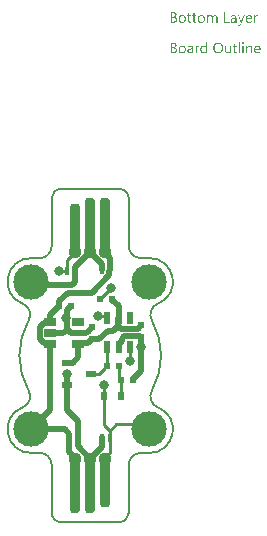
<source format=gbl>
G04*
G04 #@! TF.GenerationSoftware,Altium Limited,Altium Designer,21.8.1 (53)*
G04*
G04 Layer_Physical_Order=2*
G04 Layer_Color=16711680*
%FSAX25Y25*%
%MOIN*%
G70*
G04*
G04 #@! TF.SameCoordinates,94FE2971-EC38-410B-9373-26AABD127CE3*
G04*
G04*
G04 #@! TF.FilePolarity,Positive*
G04*
G01*
G75*
%ADD10C,0.00787*%
%ADD25C,0.01968*%
%ADD26C,0.00984*%
%ADD27C,0.11811*%
%ADD28C,0.03150*%
%ADD29C,0.02362*%
%ADD30R,0.01575X0.02756*%
G04:AMPARAMS|DCode=31|XSize=35.43mil|YSize=169.29mil|CornerRadius=13.82mil|HoleSize=0mil|Usage=FLASHONLY|Rotation=0.000|XOffset=0mil|YOffset=0mil|HoleType=Round|Shape=RoundedRectangle|*
%AMROUNDEDRECTD31*
21,1,0.03543,0.14165,0,0,0.0*
21,1,0.00780,0.16929,0,0,0.0*
1,1,0.02764,0.00390,-0.07083*
1,1,0.02764,-0.00390,-0.07083*
1,1,0.02764,-0.00390,0.07083*
1,1,0.02764,0.00390,0.07083*
%
%ADD31ROUNDEDRECTD31*%
G04:AMPARAMS|DCode=32|XSize=35.43mil|YSize=188.98mil|CornerRadius=13.82mil|HoleSize=0mil|Usage=FLASHONLY|Rotation=0.000|XOffset=0mil|YOffset=0mil|HoleType=Round|Shape=RoundedRectangle|*
%AMROUNDEDRECTD32*
21,1,0.03543,0.16134,0,0,0.0*
21,1,0.00780,0.18898,0,0,0.0*
1,1,0.02764,0.00390,-0.08067*
1,1,0.02764,-0.00390,-0.08067*
1,1,0.02764,-0.00390,0.08067*
1,1,0.02764,0.00390,0.08067*
%
%ADD32ROUNDEDRECTD32*%
%ADD33R,0.02362X0.03937*%
%ADD34R,0.03543X0.02362*%
%ADD35R,0.03937X0.02756*%
%ADD36R,0.01968X0.02165*%
%ADD37R,0.02362X0.03150*%
%ADD38R,0.01968X0.02165*%
%ADD39R,0.02165X0.01968*%
%ADD40C,0.00591*%
%ADD41C,0.04370*%
G36*
X0041708Y0145969D02*
X0041764Y0145957D01*
X0041826Y0145945D01*
X0041894Y0145920D01*
X0041974Y0145889D01*
X0042049Y0145846D01*
X0042129Y0145796D01*
X0042203Y0145728D01*
X0042271Y0145641D01*
X0042333Y0145542D01*
X0042389Y0145431D01*
X0042426Y0145289D01*
X0042457Y0145134D01*
X0042463Y0144954D01*
Y0143407D01*
X0042061D01*
Y0144849D01*
Y0144855D01*
Y0144868D01*
Y0144886D01*
Y0144917D01*
X0042055Y0144991D01*
X0042042Y0145078D01*
X0042030Y0145177D01*
X0042005Y0145276D01*
X0041974Y0145369D01*
X0041931Y0145449D01*
X0041925Y0145456D01*
X0041906Y0145480D01*
X0041875Y0145511D01*
X0041826Y0145542D01*
X0041770Y0145579D01*
X0041696Y0145604D01*
X0041603Y0145629D01*
X0041498Y0145635D01*
X0041485D01*
X0041454Y0145629D01*
X0041405Y0145623D01*
X0041343Y0145604D01*
X0041275Y0145579D01*
X0041201Y0145536D01*
X0041126Y0145480D01*
X0041058Y0145400D01*
X0041052Y0145387D01*
X0041033Y0145357D01*
X0041003Y0145307D01*
X0040971Y0145239D01*
X0040934Y0145159D01*
X0040910Y0145066D01*
X0040885Y0144954D01*
X0040879Y0144837D01*
Y0143407D01*
X0040476D01*
Y0144898D01*
Y0144905D01*
Y0144929D01*
X0040470Y0144967D01*
Y0145016D01*
X0040458Y0145072D01*
X0040445Y0145134D01*
X0040427Y0145196D01*
X0040408Y0145270D01*
X0040377Y0145338D01*
X0040340Y0145400D01*
X0040291Y0145462D01*
X0040235Y0145518D01*
X0040173Y0145567D01*
X0040093Y0145604D01*
X0040006Y0145629D01*
X0039907Y0145635D01*
X0039895D01*
X0039863Y0145629D01*
X0039814Y0145623D01*
X0039752Y0145610D01*
X0039684Y0145579D01*
X0039610Y0145542D01*
X0039535Y0145487D01*
X0039467Y0145412D01*
X0039461Y0145400D01*
X0039443Y0145375D01*
X0039412Y0145326D01*
X0039381Y0145257D01*
X0039350Y0145177D01*
X0039319Y0145078D01*
X0039300Y0144967D01*
X0039294Y0144837D01*
Y0143407D01*
X0038892D01*
Y0145920D01*
X0039294D01*
Y0145518D01*
X0039306D01*
X0039313Y0145524D01*
X0039319Y0145536D01*
X0039337Y0145561D01*
X0039356Y0145592D01*
X0039418Y0145660D01*
X0039505Y0145747D01*
X0039616Y0145833D01*
X0039746Y0145901D01*
X0039826Y0145932D01*
X0039907Y0145957D01*
X0039994Y0145969D01*
X0040086Y0145976D01*
X0040130D01*
X0040179Y0145969D01*
X0040241Y0145957D01*
X0040309Y0145938D01*
X0040383Y0145914D01*
X0040458Y0145883D01*
X0040532Y0145833D01*
X0040538Y0145827D01*
X0040563Y0145808D01*
X0040594Y0145777D01*
X0040637Y0145734D01*
X0040681Y0145678D01*
X0040724Y0145616D01*
X0040767Y0145542D01*
X0040798Y0145456D01*
X0040804Y0145462D01*
X0040811Y0145480D01*
X0040829Y0145505D01*
X0040848Y0145536D01*
X0040879Y0145579D01*
X0040916Y0145623D01*
X0040959Y0145666D01*
X0041009Y0145716D01*
X0041064Y0145765D01*
X0041126Y0145808D01*
X0041194Y0145858D01*
X0041269Y0145895D01*
X0041349Y0145926D01*
X0041436Y0145951D01*
X0041535Y0145969D01*
X0041634Y0145976D01*
X0041671D01*
X0041708Y0145969D01*
D02*
G37*
G36*
X0055741Y0145957D02*
X0055815Y0145951D01*
X0055858Y0145938D01*
X0055889Y0145926D01*
Y0145511D01*
X0055883Y0145518D01*
X0055871Y0145524D01*
X0055846Y0145536D01*
X0055815Y0145555D01*
X0055772Y0145567D01*
X0055716Y0145579D01*
X0055654Y0145586D01*
X0055586Y0145592D01*
X0055574D01*
X0055543Y0145586D01*
X0055493Y0145579D01*
X0055437Y0145561D01*
X0055363Y0145530D01*
X0055295Y0145487D01*
X0055221Y0145425D01*
X0055153Y0145344D01*
X0055147Y0145332D01*
X0055128Y0145301D01*
X0055097Y0145245D01*
X0055066Y0145171D01*
X0055035Y0145078D01*
X0055004Y0144960D01*
X0054986Y0144830D01*
X0054979Y0144682D01*
Y0143407D01*
X0054577D01*
Y0145920D01*
X0054979D01*
Y0145400D01*
X0054992D01*
Y0145406D01*
X0054998Y0145412D01*
X0055010Y0145443D01*
X0055029Y0145493D01*
X0055060Y0145555D01*
X0055091Y0145616D01*
X0055140Y0145685D01*
X0055190Y0145753D01*
X0055252Y0145815D01*
X0055258Y0145821D01*
X0055283Y0145839D01*
X0055320Y0145864D01*
X0055369Y0145889D01*
X0055425Y0145914D01*
X0055493Y0145938D01*
X0055568Y0145957D01*
X0055648Y0145963D01*
X0055704D01*
X0055741Y0145957D01*
D02*
G37*
G36*
X0050362Y0143004D02*
X0050355Y0142998D01*
X0050349Y0142973D01*
X0050331Y0142930D01*
X0050306Y0142881D01*
X0050275Y0142825D01*
X0050232Y0142757D01*
X0050188Y0142689D01*
X0050139Y0142614D01*
X0050077Y0142540D01*
X0050015Y0142472D01*
X0049941Y0142404D01*
X0049860Y0142348D01*
X0049780Y0142299D01*
X0049687Y0142255D01*
X0049594Y0142231D01*
X0049489Y0142224D01*
X0049433D01*
X0049396Y0142231D01*
X0049316Y0142243D01*
X0049229Y0142262D01*
Y0142621D01*
X0049235D01*
X0049254Y0142614D01*
X0049279Y0142608D01*
X0049309Y0142602D01*
X0049384Y0142583D01*
X0049464Y0142577D01*
X0049477D01*
X0049514Y0142583D01*
X0049569Y0142596D01*
X0049637Y0142621D01*
X0049712Y0142664D01*
X0049749Y0142695D01*
X0049786Y0142732D01*
X0049823Y0142769D01*
X0049860Y0142819D01*
X0049891Y0142874D01*
X0049922Y0142936D01*
X0050126Y0143407D01*
X0049142Y0145920D01*
X0049588D01*
X0050269Y0143982D01*
Y0143976D01*
X0050275Y0143964D01*
X0050281Y0143945D01*
X0050287Y0143921D01*
X0050294Y0143883D01*
X0050306Y0143846D01*
X0050318Y0143790D01*
X0050337D01*
Y0143803D01*
X0050349Y0143840D01*
X0050362Y0143896D01*
X0050387Y0143976D01*
X0051098Y0145920D01*
X0051513D01*
X0050362Y0143004D01*
D02*
G37*
G36*
X0047954Y0145969D02*
X0048009Y0145963D01*
X0048078Y0145945D01*
X0048152Y0145926D01*
X0048232Y0145895D01*
X0048319Y0145858D01*
X0048399Y0145808D01*
X0048480Y0145747D01*
X0048554Y0145672D01*
X0048622Y0145579D01*
X0048678Y0145474D01*
X0048721Y0145350D01*
X0048746Y0145208D01*
X0048759Y0145041D01*
Y0143407D01*
X0048356D01*
Y0143797D01*
X0048344D01*
Y0143790D01*
X0048331Y0143778D01*
X0048319Y0143753D01*
X0048294Y0143729D01*
X0048232Y0143654D01*
X0048152Y0143574D01*
X0048041Y0143493D01*
X0047910Y0143419D01*
X0047830Y0143394D01*
X0047750Y0143370D01*
X0047663Y0143357D01*
X0047570Y0143351D01*
X0047533D01*
X0047508Y0143357D01*
X0047440Y0143363D01*
X0047360Y0143376D01*
X0047261Y0143401D01*
X0047168Y0143431D01*
X0047069Y0143481D01*
X0046982Y0143543D01*
X0046976Y0143555D01*
X0046951Y0143580D01*
X0046914Y0143623D01*
X0046877Y0143685D01*
X0046840Y0143760D01*
X0046802Y0143846D01*
X0046778Y0143951D01*
X0046771Y0144069D01*
Y0144075D01*
Y0144100D01*
X0046778Y0144137D01*
X0046784Y0144181D01*
X0046796Y0144236D01*
X0046815Y0144298D01*
X0046840Y0144366D01*
X0046877Y0144434D01*
X0046920Y0144509D01*
X0046976Y0144583D01*
X0047044Y0144651D01*
X0047124Y0144713D01*
X0047217Y0144775D01*
X0047329Y0144824D01*
X0047452Y0144861D01*
X0047601Y0144892D01*
X0048356Y0144998D01*
Y0145004D01*
Y0145022D01*
X0048350Y0145059D01*
Y0145097D01*
X0048338Y0145146D01*
X0048331Y0145202D01*
X0048294Y0145319D01*
X0048263Y0145375D01*
X0048232Y0145431D01*
X0048189Y0145487D01*
X0048140Y0145536D01*
X0048078Y0145579D01*
X0048009Y0145610D01*
X0047929Y0145629D01*
X0047836Y0145635D01*
X0047793D01*
X0047762Y0145629D01*
X0047719D01*
X0047675Y0145616D01*
X0047564Y0145598D01*
X0047440Y0145561D01*
X0047304Y0145505D01*
X0047230Y0145468D01*
X0047161Y0145431D01*
X0047087Y0145381D01*
X0047019Y0145326D01*
Y0145740D01*
X0047025D01*
X0047038Y0145753D01*
X0047056Y0145765D01*
X0047087Y0145777D01*
X0047118Y0145796D01*
X0047161Y0145815D01*
X0047211Y0145833D01*
X0047267Y0145858D01*
X0047390Y0145901D01*
X0047539Y0145938D01*
X0047700Y0145963D01*
X0047873Y0145976D01*
X0047910D01*
X0047954Y0145969D01*
D02*
G37*
G36*
X0045063Y0143778D02*
X0046474D01*
Y0143407D01*
X0044648D01*
Y0146923D01*
X0045063D01*
Y0143778D01*
D02*
G37*
G36*
X0027849Y0146916D02*
X0027892D01*
X0027935Y0146910D01*
X0028034Y0146898D01*
X0028152Y0146867D01*
X0028276Y0146830D01*
X0028393Y0146774D01*
X0028499Y0146700D01*
X0028505D01*
X0028511Y0146687D01*
X0028542Y0146663D01*
X0028585Y0146613D01*
X0028635Y0146545D01*
X0028678Y0146458D01*
X0028721Y0146359D01*
X0028752Y0146248D01*
X0028765Y0146186D01*
Y0146118D01*
Y0146112D01*
Y0146106D01*
Y0146068D01*
X0028759Y0146013D01*
X0028746Y0145945D01*
X0028728Y0145858D01*
X0028697Y0145771D01*
X0028660Y0145685D01*
X0028604Y0145598D01*
X0028598Y0145586D01*
X0028573Y0145561D01*
X0028536Y0145524D01*
X0028486Y0145474D01*
X0028424Y0145425D01*
X0028350Y0145369D01*
X0028257Y0145326D01*
X0028158Y0145282D01*
Y0145276D01*
X0028177D01*
X0028195Y0145270D01*
X0028214Y0145264D01*
X0028282Y0145251D01*
X0028363Y0145227D01*
X0028449Y0145189D01*
X0028542Y0145146D01*
X0028635Y0145084D01*
X0028721Y0145004D01*
X0028734Y0144991D01*
X0028759Y0144960D01*
X0028790Y0144917D01*
X0028833Y0144849D01*
X0028870Y0144762D01*
X0028907Y0144663D01*
X0028932Y0144546D01*
X0028938Y0144416D01*
Y0144410D01*
Y0144397D01*
Y0144372D01*
X0028932Y0144341D01*
X0028926Y0144304D01*
X0028920Y0144261D01*
X0028895Y0144156D01*
X0028858Y0144038D01*
X0028802Y0143914D01*
X0028765Y0143859D01*
X0028721Y0143797D01*
X0028666Y0143741D01*
X0028610Y0143685D01*
X0028604D01*
X0028598Y0143673D01*
X0028579Y0143660D01*
X0028554Y0143642D01*
X0028523Y0143623D01*
X0028480Y0143599D01*
X0028387Y0143549D01*
X0028270Y0143493D01*
X0028133Y0143450D01*
X0027972Y0143419D01*
X0027892Y0143413D01*
X0027799Y0143407D01*
X0026772D01*
Y0146923D01*
X0027818D01*
X0027849Y0146916D01*
D02*
G37*
G36*
X0034775Y0145920D02*
X0035413D01*
Y0145573D01*
X0034775D01*
Y0144156D01*
Y0144143D01*
Y0144112D01*
X0034782Y0144069D01*
X0034788Y0144013D01*
X0034813Y0143896D01*
X0034831Y0143840D01*
X0034862Y0143797D01*
X0034868Y0143790D01*
X0034881Y0143778D01*
X0034899Y0143766D01*
X0034930Y0143747D01*
X0034967Y0143722D01*
X0035017Y0143710D01*
X0035079Y0143698D01*
X0035147Y0143692D01*
X0035171D01*
X0035202Y0143698D01*
X0035240Y0143704D01*
X0035326Y0143729D01*
X0035370Y0143747D01*
X0035413Y0143772D01*
Y0143425D01*
X0035407D01*
X0035388Y0143413D01*
X0035357Y0143407D01*
X0035314Y0143394D01*
X0035258Y0143382D01*
X0035196Y0143370D01*
X0035122Y0143363D01*
X0035035Y0143357D01*
X0035004D01*
X0034973Y0143363D01*
X0034930Y0143370D01*
X0034881Y0143382D01*
X0034825Y0143394D01*
X0034769Y0143419D01*
X0034707Y0143450D01*
X0034645Y0143487D01*
X0034583Y0143537D01*
X0034528Y0143592D01*
X0034478Y0143667D01*
X0034435Y0143747D01*
X0034404Y0143846D01*
X0034379Y0143958D01*
X0034373Y0144088D01*
Y0145573D01*
X0033946D01*
Y0145920D01*
X0034373D01*
Y0146533D01*
X0034775Y0146663D01*
Y0145920D01*
D02*
G37*
G36*
X0033073D02*
X0033711D01*
Y0145573D01*
X0033073D01*
Y0144156D01*
Y0144143D01*
Y0144112D01*
X0033079Y0144069D01*
X0033085Y0144013D01*
X0033110Y0143896D01*
X0033129Y0143840D01*
X0033160Y0143797D01*
X0033166Y0143790D01*
X0033178Y0143778D01*
X0033197Y0143766D01*
X0033228Y0143747D01*
X0033265Y0143722D01*
X0033314Y0143710D01*
X0033376Y0143698D01*
X0033444Y0143692D01*
X0033469D01*
X0033500Y0143698D01*
X0033537Y0143704D01*
X0033624Y0143729D01*
X0033667Y0143747D01*
X0033711Y0143772D01*
Y0143425D01*
X0033705D01*
X0033686Y0143413D01*
X0033655Y0143407D01*
X0033612Y0143394D01*
X0033556Y0143382D01*
X0033494Y0143370D01*
X0033420Y0143363D01*
X0033333Y0143357D01*
X0033302D01*
X0033271Y0143363D01*
X0033228Y0143370D01*
X0033178Y0143382D01*
X0033123Y0143394D01*
X0033067Y0143419D01*
X0033005Y0143450D01*
X0032943Y0143487D01*
X0032881Y0143537D01*
X0032825Y0143592D01*
X0032776Y0143667D01*
X0032733Y0143747D01*
X0032702Y0143846D01*
X0032677Y0143958D01*
X0032671Y0144088D01*
Y0145573D01*
X0032244D01*
Y0145920D01*
X0032671D01*
Y0146533D01*
X0033073Y0146663D01*
Y0145920D01*
D02*
G37*
G36*
X0053017Y0145969D02*
X0053061Y0145963D01*
X0053104Y0145957D01*
X0053215Y0145938D01*
X0053339Y0145895D01*
X0053463Y0145839D01*
X0053525Y0145802D01*
X0053587Y0145759D01*
X0053642Y0145709D01*
X0053698Y0145654D01*
X0053704Y0145648D01*
X0053711Y0145641D01*
X0053723Y0145623D01*
X0053742Y0145598D01*
X0053760Y0145561D01*
X0053785Y0145524D01*
X0053810Y0145480D01*
X0053834Y0145425D01*
X0053859Y0145363D01*
X0053884Y0145301D01*
X0053909Y0145227D01*
X0053927Y0145146D01*
X0053946Y0145059D01*
X0053958Y0144973D01*
X0053970Y0144874D01*
Y0144769D01*
Y0144558D01*
X0052194D01*
Y0144552D01*
Y0144539D01*
Y0144521D01*
X0052200Y0144490D01*
X0052206Y0144453D01*
Y0144416D01*
X0052225Y0144317D01*
X0052256Y0144218D01*
X0052293Y0144106D01*
X0052349Y0144001D01*
X0052417Y0143908D01*
X0052429Y0143896D01*
X0052454Y0143871D01*
X0052504Y0143840D01*
X0052572Y0143797D01*
X0052658Y0143753D01*
X0052757Y0143722D01*
X0052875Y0143698D01*
X0053011Y0143685D01*
X0053054D01*
X0053085Y0143692D01*
X0053123D01*
X0053166Y0143698D01*
X0053271Y0143722D01*
X0053389Y0143753D01*
X0053519Y0143803D01*
X0053655Y0143871D01*
X0053723Y0143914D01*
X0053791Y0143964D01*
Y0143586D01*
X0053785D01*
X0053779Y0143574D01*
X0053760Y0143568D01*
X0053729Y0143549D01*
X0053698Y0143530D01*
X0053661Y0143512D01*
X0053611Y0143493D01*
X0053562Y0143469D01*
X0053500Y0143444D01*
X0053432Y0143425D01*
X0053283Y0143388D01*
X0053110Y0143363D01*
X0052918Y0143351D01*
X0052869D01*
X0052832Y0143357D01*
X0052788Y0143363D01*
X0052732Y0143370D01*
X0052615Y0143394D01*
X0052479Y0143431D01*
X0052342Y0143493D01*
X0052275Y0143537D01*
X0052206Y0143580D01*
X0052144Y0143630D01*
X0052083Y0143692D01*
X0052076Y0143698D01*
X0052070Y0143710D01*
X0052058Y0143729D01*
X0052033Y0143753D01*
X0052014Y0143790D01*
X0051990Y0143834D01*
X0051959Y0143883D01*
X0051934Y0143939D01*
X0051903Y0144001D01*
X0051878Y0144075D01*
X0051847Y0144156D01*
X0051829Y0144242D01*
X0051810Y0144335D01*
X0051792Y0144434D01*
X0051785Y0144539D01*
X0051779Y0144651D01*
Y0144657D01*
Y0144676D01*
Y0144707D01*
X0051785Y0144750D01*
X0051792Y0144799D01*
X0051798Y0144855D01*
X0051804Y0144923D01*
X0051823Y0144991D01*
X0051860Y0145140D01*
X0051915Y0145301D01*
X0051953Y0145381D01*
X0052002Y0145456D01*
X0052052Y0145536D01*
X0052107Y0145604D01*
X0052113Y0145610D01*
X0052126Y0145623D01*
X0052144Y0145641D01*
X0052169Y0145660D01*
X0052200Y0145691D01*
X0052237Y0145722D01*
X0052287Y0145753D01*
X0052336Y0145790D01*
X0052454Y0145858D01*
X0052596Y0145920D01*
X0052677Y0145938D01*
X0052757Y0145957D01*
X0052844Y0145969D01*
X0052937Y0145976D01*
X0052986D01*
X0053017Y0145969D01*
D02*
G37*
G36*
X0037152D02*
X0037196Y0145963D01*
X0037251Y0145957D01*
X0037375Y0145932D01*
X0037517Y0145889D01*
X0037660Y0145827D01*
X0037734Y0145790D01*
X0037802Y0145747D01*
X0037870Y0145691D01*
X0037932Y0145629D01*
X0037938Y0145623D01*
X0037945Y0145610D01*
X0037963Y0145592D01*
X0037982Y0145567D01*
X0038006Y0145530D01*
X0038031Y0145487D01*
X0038062Y0145437D01*
X0038093Y0145381D01*
X0038118Y0145313D01*
X0038149Y0145245D01*
X0038174Y0145165D01*
X0038198Y0145078D01*
X0038217Y0144985D01*
X0038236Y0144886D01*
X0038242Y0144781D01*
X0038248Y0144669D01*
Y0144663D01*
Y0144645D01*
Y0144614D01*
X0038242Y0144570D01*
X0038236Y0144521D01*
X0038229Y0144459D01*
X0038217Y0144397D01*
X0038205Y0144323D01*
X0038167Y0144174D01*
X0038105Y0144013D01*
X0038068Y0143933D01*
X0038019Y0143852D01*
X0037969Y0143778D01*
X0037907Y0143710D01*
X0037901Y0143704D01*
X0037889Y0143698D01*
X0037870Y0143679D01*
X0037846Y0143654D01*
X0037808Y0143630D01*
X0037771Y0143599D01*
X0037722Y0143561D01*
X0037666Y0143530D01*
X0037604Y0143500D01*
X0037536Y0143462D01*
X0037462Y0143431D01*
X0037381Y0143407D01*
X0037295Y0143382D01*
X0037202Y0143370D01*
X0037103Y0143357D01*
X0036998Y0143351D01*
X0036942D01*
X0036905Y0143357D01*
X0036861Y0143363D01*
X0036806Y0143370D01*
X0036744Y0143382D01*
X0036676Y0143394D01*
X0036533Y0143438D01*
X0036385Y0143500D01*
X0036310Y0143537D01*
X0036242Y0143586D01*
X0036174Y0143636D01*
X0036106Y0143698D01*
X0036100Y0143704D01*
X0036094Y0143716D01*
X0036075Y0143735D01*
X0036057Y0143760D01*
X0036032Y0143797D01*
X0036001Y0143840D01*
X0035970Y0143889D01*
X0035945Y0143945D01*
X0035914Y0144013D01*
X0035883Y0144081D01*
X0035852Y0144156D01*
X0035828Y0144242D01*
X0035791Y0144428D01*
X0035784Y0144527D01*
X0035778Y0144632D01*
Y0144639D01*
Y0144663D01*
Y0144694D01*
X0035784Y0144738D01*
X0035791Y0144787D01*
X0035797Y0144849D01*
X0035809Y0144917D01*
X0035821Y0144991D01*
X0035859Y0145152D01*
X0035921Y0145313D01*
X0035964Y0145394D01*
X0036007Y0145474D01*
X0036057Y0145548D01*
X0036119Y0145616D01*
X0036125Y0145623D01*
X0036137Y0145635D01*
X0036156Y0145648D01*
X0036180Y0145672D01*
X0036218Y0145697D01*
X0036261Y0145728D01*
X0036310Y0145765D01*
X0036366Y0145796D01*
X0036428Y0145827D01*
X0036502Y0145864D01*
X0036577Y0145895D01*
X0036663Y0145920D01*
X0036750Y0145945D01*
X0036849Y0145963D01*
X0036954Y0145969D01*
X0037059Y0145976D01*
X0037115D01*
X0037152Y0145969D01*
D02*
G37*
G36*
X0030801D02*
X0030845Y0145963D01*
X0030900Y0145957D01*
X0031024Y0145932D01*
X0031167Y0145889D01*
X0031309Y0145827D01*
X0031383Y0145790D01*
X0031451Y0145747D01*
X0031519Y0145691D01*
X0031581Y0145629D01*
X0031587Y0145623D01*
X0031594Y0145610D01*
X0031612Y0145592D01*
X0031631Y0145567D01*
X0031656Y0145530D01*
X0031680Y0145487D01*
X0031711Y0145437D01*
X0031742Y0145381D01*
X0031767Y0145313D01*
X0031798Y0145245D01*
X0031823Y0145165D01*
X0031847Y0145078D01*
X0031866Y0144985D01*
X0031885Y0144886D01*
X0031891Y0144781D01*
X0031897Y0144669D01*
Y0144663D01*
Y0144645D01*
Y0144614D01*
X0031891Y0144570D01*
X0031885Y0144521D01*
X0031878Y0144459D01*
X0031866Y0144397D01*
X0031854Y0144323D01*
X0031817Y0144174D01*
X0031755Y0144013D01*
X0031718Y0143933D01*
X0031668Y0143852D01*
X0031618Y0143778D01*
X0031556Y0143710D01*
X0031550Y0143704D01*
X0031538Y0143698D01*
X0031519Y0143679D01*
X0031495Y0143654D01*
X0031457Y0143630D01*
X0031420Y0143599D01*
X0031371Y0143561D01*
X0031315Y0143530D01*
X0031253Y0143500D01*
X0031185Y0143462D01*
X0031111Y0143431D01*
X0031030Y0143407D01*
X0030944Y0143382D01*
X0030851Y0143370D01*
X0030752Y0143357D01*
X0030647Y0143351D01*
X0030591D01*
X0030554Y0143357D01*
X0030510Y0143363D01*
X0030455Y0143370D01*
X0030393Y0143382D01*
X0030325Y0143394D01*
X0030182Y0143438D01*
X0030034Y0143500D01*
X0029959Y0143537D01*
X0029891Y0143586D01*
X0029823Y0143636D01*
X0029755Y0143698D01*
X0029749Y0143704D01*
X0029743Y0143716D01*
X0029724Y0143735D01*
X0029706Y0143760D01*
X0029681Y0143797D01*
X0029650Y0143840D01*
X0029619Y0143889D01*
X0029594Y0143945D01*
X0029563Y0144013D01*
X0029532Y0144081D01*
X0029501Y0144156D01*
X0029477Y0144242D01*
X0029439Y0144428D01*
X0029433Y0144527D01*
X0029427Y0144632D01*
Y0144639D01*
Y0144663D01*
Y0144694D01*
X0029433Y0144738D01*
X0029439Y0144787D01*
X0029446Y0144849D01*
X0029458Y0144917D01*
X0029471Y0144991D01*
X0029508Y0145152D01*
X0029570Y0145313D01*
X0029613Y0145394D01*
X0029656Y0145474D01*
X0029706Y0145548D01*
X0029768Y0145616D01*
X0029774Y0145623D01*
X0029786Y0145635D01*
X0029805Y0145648D01*
X0029829Y0145672D01*
X0029867Y0145697D01*
X0029910Y0145728D01*
X0029959Y0145765D01*
X0030015Y0145796D01*
X0030077Y0145827D01*
X0030151Y0145864D01*
X0030226Y0145895D01*
X0030312Y0145920D01*
X0030399Y0145945D01*
X0030498Y0145963D01*
X0030603Y0145969D01*
X0030709Y0145976D01*
X0030764D01*
X0030801Y0145969D01*
D02*
G37*
G36*
X0050981Y0136890D02*
X0051006D01*
X0051061Y0136865D01*
X0051092Y0136846D01*
X0051123Y0136821D01*
X0051129Y0136815D01*
X0051135Y0136809D01*
X0051166Y0136772D01*
X0051191Y0136710D01*
X0051197Y0136673D01*
X0051204Y0136636D01*
Y0136629D01*
Y0136617D01*
X0051197Y0136599D01*
X0051191Y0136574D01*
X0051173Y0136512D01*
X0051148Y0136481D01*
X0051123Y0136450D01*
X0051117D01*
X0051111Y0136438D01*
X0051074Y0136413D01*
X0051018Y0136388D01*
X0050981Y0136382D01*
X0050944Y0136376D01*
X0050925D01*
X0050906Y0136382D01*
X0050882D01*
X0050820Y0136407D01*
X0050789Y0136419D01*
X0050758Y0136444D01*
Y0136450D01*
X0050745Y0136456D01*
X0050733Y0136475D01*
X0050721Y0136493D01*
X0050696Y0136555D01*
X0050690Y0136592D01*
X0050684Y0136636D01*
Y0136642D01*
Y0136654D01*
X0050690Y0136673D01*
X0050696Y0136704D01*
X0050715Y0136759D01*
X0050733Y0136791D01*
X0050758Y0136821D01*
X0050764Y0136828D01*
X0050770Y0136834D01*
X0050807Y0136858D01*
X0050869Y0136883D01*
X0050906Y0136896D01*
X0050962D01*
X0050981Y0136890D01*
D02*
G37*
G36*
X0038991Y0133225D02*
X0038588D01*
Y0133646D01*
X0038576D01*
Y0133640D01*
X0038564Y0133627D01*
X0038545Y0133603D01*
X0038526Y0133572D01*
X0038495Y0133535D01*
X0038458Y0133497D01*
X0038415Y0133454D01*
X0038366Y0133411D01*
X0038310Y0133361D01*
X0038242Y0133318D01*
X0038174Y0133281D01*
X0038093Y0133244D01*
X0038013Y0133213D01*
X0037920Y0133188D01*
X0037821Y0133176D01*
X0037716Y0133169D01*
X0037672D01*
X0037635Y0133176D01*
X0037598Y0133182D01*
X0037548Y0133188D01*
X0037443Y0133213D01*
X0037319Y0133250D01*
X0037196Y0133312D01*
X0037128Y0133349D01*
X0037072Y0133392D01*
X0037010Y0133448D01*
X0036954Y0133504D01*
Y0133510D01*
X0036942Y0133522D01*
X0036929Y0133541D01*
X0036911Y0133565D01*
X0036892Y0133596D01*
X0036867Y0133640D01*
X0036843Y0133689D01*
X0036818Y0133745D01*
X0036787Y0133807D01*
X0036762Y0133875D01*
X0036737Y0133949D01*
X0036719Y0134030D01*
X0036700Y0134116D01*
X0036688Y0134215D01*
X0036682Y0134315D01*
X0036676Y0134420D01*
Y0134426D01*
Y0134444D01*
Y0134482D01*
X0036682Y0134525D01*
X0036688Y0134574D01*
X0036694Y0134636D01*
X0036700Y0134704D01*
X0036713Y0134779D01*
X0036750Y0134940D01*
X0036806Y0135107D01*
X0036843Y0135187D01*
X0036886Y0135268D01*
X0036929Y0135342D01*
X0036985Y0135416D01*
X0036991Y0135423D01*
X0036998Y0135435D01*
X0037016Y0135453D01*
X0037041Y0135478D01*
X0037072Y0135503D01*
X0037115Y0135534D01*
X0037159Y0135571D01*
X0037208Y0135608D01*
X0037332Y0135676D01*
X0037474Y0135738D01*
X0037555Y0135757D01*
X0037641Y0135775D01*
X0037728Y0135788D01*
X0037827Y0135794D01*
X0037876D01*
X0037914Y0135788D01*
X0037951Y0135782D01*
X0038000Y0135775D01*
X0038112Y0135744D01*
X0038236Y0135695D01*
X0038297Y0135664D01*
X0038359Y0135620D01*
X0038421Y0135577D01*
X0038477Y0135521D01*
X0038526Y0135460D01*
X0038576Y0135385D01*
X0038588D01*
Y0136945D01*
X0038991D01*
Y0133225D01*
D02*
G37*
G36*
X0053259Y0135788D02*
X0053333Y0135782D01*
X0053426Y0135763D01*
X0053525Y0135732D01*
X0053630Y0135682D01*
X0053735Y0135614D01*
X0053779Y0135577D01*
X0053822Y0135528D01*
X0053834Y0135515D01*
X0053859Y0135478D01*
X0053890Y0135416D01*
X0053933Y0135330D01*
X0053970Y0135224D01*
X0054008Y0135094D01*
X0054032Y0134940D01*
X0054039Y0134760D01*
Y0133225D01*
X0053636D01*
Y0134655D01*
Y0134661D01*
Y0134692D01*
X0053630Y0134729D01*
Y0134779D01*
X0053618Y0134841D01*
X0053605Y0134909D01*
X0053587Y0134983D01*
X0053562Y0135057D01*
X0053531Y0135132D01*
X0053494Y0135200D01*
X0053444Y0135268D01*
X0053389Y0135330D01*
X0053327Y0135379D01*
X0053246Y0135416D01*
X0053160Y0135447D01*
X0053054Y0135453D01*
X0053042D01*
X0053005Y0135447D01*
X0052949Y0135441D01*
X0052881Y0135423D01*
X0052801Y0135398D01*
X0052714Y0135354D01*
X0052634Y0135299D01*
X0052553Y0135224D01*
X0052547Y0135212D01*
X0052522Y0135187D01*
X0052491Y0135138D01*
X0052454Y0135070D01*
X0052417Y0134989D01*
X0052386Y0134890D01*
X0052361Y0134779D01*
X0052355Y0134655D01*
Y0133225D01*
X0051953D01*
Y0135738D01*
X0052355D01*
Y0135317D01*
X0052367D01*
X0052373Y0135323D01*
X0052380Y0135336D01*
X0052398Y0135361D01*
X0052423Y0135391D01*
X0052448Y0135429D01*
X0052485Y0135466D01*
X0052528Y0135509D01*
X0052578Y0135559D01*
X0052634Y0135602D01*
X0052695Y0135645D01*
X0052763Y0135682D01*
X0052838Y0135720D01*
X0052912Y0135750D01*
X0052999Y0135775D01*
X0053092Y0135788D01*
X0053191Y0135794D01*
X0053228D01*
X0053259Y0135788D01*
D02*
G37*
G36*
X0036261Y0135775D02*
X0036335Y0135769D01*
X0036378Y0135757D01*
X0036410Y0135744D01*
Y0135330D01*
X0036403Y0135336D01*
X0036391Y0135342D01*
X0036366Y0135354D01*
X0036335Y0135373D01*
X0036292Y0135385D01*
X0036236Y0135398D01*
X0036174Y0135404D01*
X0036106Y0135410D01*
X0036094D01*
X0036063Y0135404D01*
X0036013Y0135398D01*
X0035958Y0135379D01*
X0035883Y0135348D01*
X0035815Y0135305D01*
X0035741Y0135243D01*
X0035673Y0135162D01*
X0035667Y0135150D01*
X0035648Y0135119D01*
X0035617Y0135063D01*
X0035586Y0134989D01*
X0035555Y0134896D01*
X0035524Y0134779D01*
X0035506Y0134649D01*
X0035500Y0134500D01*
Y0133225D01*
X0035097D01*
Y0135738D01*
X0035500D01*
Y0135218D01*
X0035512D01*
Y0135224D01*
X0035518Y0135231D01*
X0035530Y0135261D01*
X0035549Y0135311D01*
X0035580Y0135373D01*
X0035611Y0135435D01*
X0035660Y0135503D01*
X0035710Y0135571D01*
X0035772Y0135633D01*
X0035778Y0135639D01*
X0035803Y0135658D01*
X0035840Y0135682D01*
X0035890Y0135707D01*
X0035945Y0135732D01*
X0036013Y0135757D01*
X0036088Y0135775D01*
X0036168Y0135782D01*
X0036224D01*
X0036261Y0135775D01*
D02*
G37*
G36*
X0047001Y0133225D02*
X0046598D01*
Y0133621D01*
X0046586D01*
Y0133615D01*
X0046573Y0133603D01*
X0046561Y0133578D01*
X0046536Y0133553D01*
X0046481Y0133479D01*
X0046394Y0133398D01*
X0046344Y0133355D01*
X0046289Y0133312D01*
X0046227Y0133274D01*
X0046152Y0133237D01*
X0046078Y0133213D01*
X0045998Y0133188D01*
X0045905Y0133176D01*
X0045812Y0133169D01*
X0045775D01*
X0045732Y0133176D01*
X0045670Y0133188D01*
X0045602Y0133200D01*
X0045527Y0133225D01*
X0045447Y0133256D01*
X0045366Y0133306D01*
X0045280Y0133361D01*
X0045199Y0133429D01*
X0045125Y0133516D01*
X0045057Y0133621D01*
X0044995Y0133739D01*
X0044952Y0133881D01*
X0044927Y0134048D01*
X0044914Y0134135D01*
Y0134234D01*
Y0135738D01*
X0045311D01*
Y0134296D01*
Y0134290D01*
Y0134265D01*
X0045317Y0134222D01*
X0045323Y0134172D01*
X0045329Y0134110D01*
X0045342Y0134048D01*
X0045360Y0133974D01*
X0045385Y0133900D01*
X0045422Y0133825D01*
X0045459Y0133757D01*
X0045509Y0133689D01*
X0045571Y0133627D01*
X0045639Y0133578D01*
X0045719Y0133541D01*
X0045818Y0133510D01*
X0045924Y0133504D01*
X0045936D01*
X0045973Y0133510D01*
X0046029Y0133516D01*
X0046091Y0133528D01*
X0046171Y0133559D01*
X0046252Y0133596D01*
X0046332Y0133646D01*
X0046406Y0133720D01*
X0046413Y0133733D01*
X0046437Y0133757D01*
X0046468Y0133807D01*
X0046505Y0133875D01*
X0046536Y0133955D01*
X0046567Y0134055D01*
X0046592Y0134166D01*
X0046598Y0134290D01*
Y0135738D01*
X0047001D01*
Y0133225D01*
D02*
G37*
G36*
X0051135D02*
X0050733D01*
Y0135738D01*
X0051135D01*
Y0133225D01*
D02*
G37*
G36*
X0049916D02*
X0049514D01*
Y0136945D01*
X0049916D01*
Y0133225D01*
D02*
G37*
G36*
X0033537Y0135788D02*
X0033593Y0135782D01*
X0033661Y0135763D01*
X0033735Y0135744D01*
X0033816Y0135713D01*
X0033902Y0135676D01*
X0033983Y0135627D01*
X0034064Y0135565D01*
X0034138Y0135491D01*
X0034206Y0135398D01*
X0034262Y0135292D01*
X0034305Y0135169D01*
X0034330Y0135026D01*
X0034342Y0134859D01*
Y0133225D01*
X0033940D01*
Y0133615D01*
X0033927D01*
Y0133609D01*
X0033915Y0133596D01*
X0033902Y0133572D01*
X0033878Y0133547D01*
X0033816Y0133473D01*
X0033735Y0133392D01*
X0033624Y0133312D01*
X0033494Y0133237D01*
X0033413Y0133213D01*
X0033333Y0133188D01*
X0033246Y0133176D01*
X0033154Y0133169D01*
X0033116D01*
X0033092Y0133176D01*
X0033024Y0133182D01*
X0032943Y0133194D01*
X0032844Y0133219D01*
X0032751Y0133250D01*
X0032652Y0133299D01*
X0032566Y0133361D01*
X0032559Y0133374D01*
X0032535Y0133398D01*
X0032497Y0133442D01*
X0032460Y0133504D01*
X0032423Y0133578D01*
X0032386Y0133665D01*
X0032361Y0133770D01*
X0032355Y0133887D01*
Y0133894D01*
Y0133918D01*
X0032361Y0133955D01*
X0032367Y0133999D01*
X0032380Y0134055D01*
X0032398Y0134116D01*
X0032423Y0134185D01*
X0032460Y0134253D01*
X0032504Y0134327D01*
X0032559Y0134401D01*
X0032627Y0134469D01*
X0032708Y0134531D01*
X0032801Y0134593D01*
X0032912Y0134643D01*
X0033036Y0134680D01*
X0033184Y0134711D01*
X0033940Y0134816D01*
Y0134822D01*
Y0134841D01*
X0033933Y0134878D01*
Y0134915D01*
X0033921Y0134964D01*
X0033915Y0135020D01*
X0033878Y0135138D01*
X0033847Y0135193D01*
X0033816Y0135249D01*
X0033773Y0135305D01*
X0033723Y0135354D01*
X0033661Y0135398D01*
X0033593Y0135429D01*
X0033513Y0135447D01*
X0033420Y0135453D01*
X0033376D01*
X0033345Y0135447D01*
X0033302D01*
X0033259Y0135435D01*
X0033147Y0135416D01*
X0033024Y0135379D01*
X0032887Y0135323D01*
X0032813Y0135286D01*
X0032745Y0135249D01*
X0032671Y0135200D01*
X0032603Y0135144D01*
Y0135559D01*
X0032609D01*
X0032621Y0135571D01*
X0032640Y0135583D01*
X0032671Y0135596D01*
X0032702Y0135614D01*
X0032745Y0135633D01*
X0032794Y0135652D01*
X0032850Y0135676D01*
X0032974Y0135720D01*
X0033123Y0135757D01*
X0033283Y0135782D01*
X0033457Y0135794D01*
X0033494D01*
X0033537Y0135788D01*
D02*
G37*
G36*
X0027849Y0136735D02*
X0027892D01*
X0027935Y0136729D01*
X0028034Y0136716D01*
X0028152Y0136685D01*
X0028276Y0136648D01*
X0028393Y0136592D01*
X0028499Y0136518D01*
X0028505D01*
X0028511Y0136506D01*
X0028542Y0136481D01*
X0028585Y0136431D01*
X0028635Y0136363D01*
X0028678Y0136277D01*
X0028721Y0136178D01*
X0028752Y0136066D01*
X0028765Y0136004D01*
Y0135936D01*
Y0135930D01*
Y0135924D01*
Y0135887D01*
X0028759Y0135831D01*
X0028746Y0135763D01*
X0028728Y0135676D01*
X0028697Y0135590D01*
X0028660Y0135503D01*
X0028604Y0135416D01*
X0028598Y0135404D01*
X0028573Y0135379D01*
X0028536Y0135342D01*
X0028486Y0135292D01*
X0028424Y0135243D01*
X0028350Y0135187D01*
X0028257Y0135144D01*
X0028158Y0135101D01*
Y0135094D01*
X0028177D01*
X0028195Y0135088D01*
X0028214Y0135082D01*
X0028282Y0135070D01*
X0028363Y0135045D01*
X0028449Y0135008D01*
X0028542Y0134964D01*
X0028635Y0134903D01*
X0028721Y0134822D01*
X0028734Y0134810D01*
X0028759Y0134779D01*
X0028790Y0134735D01*
X0028833Y0134667D01*
X0028870Y0134581D01*
X0028907Y0134482D01*
X0028932Y0134364D01*
X0028938Y0134234D01*
Y0134228D01*
Y0134215D01*
Y0134191D01*
X0028932Y0134160D01*
X0028926Y0134123D01*
X0028920Y0134079D01*
X0028895Y0133974D01*
X0028858Y0133856D01*
X0028802Y0133733D01*
X0028765Y0133677D01*
X0028721Y0133615D01*
X0028666Y0133559D01*
X0028610Y0133504D01*
X0028604D01*
X0028598Y0133491D01*
X0028579Y0133479D01*
X0028554Y0133460D01*
X0028523Y0133442D01*
X0028480Y0133417D01*
X0028387Y0133367D01*
X0028270Y0133312D01*
X0028133Y0133268D01*
X0027972Y0133237D01*
X0027892Y0133231D01*
X0027799Y0133225D01*
X0026772D01*
Y0136741D01*
X0027818D01*
X0027849Y0136735D01*
D02*
G37*
G36*
X0048344Y0135738D02*
X0048981D01*
Y0135391D01*
X0048344D01*
Y0133974D01*
Y0133962D01*
Y0133931D01*
X0048350Y0133887D01*
X0048356Y0133832D01*
X0048381Y0133714D01*
X0048399Y0133658D01*
X0048430Y0133615D01*
X0048437Y0133609D01*
X0048449Y0133596D01*
X0048468Y0133584D01*
X0048499Y0133565D01*
X0048536Y0133541D01*
X0048585Y0133528D01*
X0048647Y0133516D01*
X0048715Y0133510D01*
X0048740D01*
X0048771Y0133516D01*
X0048808Y0133522D01*
X0048895Y0133547D01*
X0048938Y0133565D01*
X0048981Y0133590D01*
Y0133244D01*
X0048975D01*
X0048957Y0133231D01*
X0048926Y0133225D01*
X0048882Y0133213D01*
X0048827Y0133200D01*
X0048765Y0133188D01*
X0048690Y0133182D01*
X0048604Y0133176D01*
X0048573D01*
X0048542Y0133182D01*
X0048499Y0133188D01*
X0048449Y0133200D01*
X0048393Y0133213D01*
X0048338Y0133237D01*
X0048276Y0133268D01*
X0048214Y0133306D01*
X0048152Y0133355D01*
X0048096Y0133411D01*
X0048047Y0133485D01*
X0048003Y0133565D01*
X0047972Y0133665D01*
X0047948Y0133776D01*
X0047941Y0133906D01*
Y0135391D01*
X0047514D01*
Y0135738D01*
X0047941D01*
Y0136351D01*
X0048344Y0136481D01*
Y0135738D01*
D02*
G37*
G36*
X0055871Y0135788D02*
X0055914Y0135782D01*
X0055958Y0135775D01*
X0056069Y0135757D01*
X0056193Y0135713D01*
X0056317Y0135658D01*
X0056378Y0135620D01*
X0056440Y0135577D01*
X0056496Y0135528D01*
X0056552Y0135472D01*
X0056558Y0135466D01*
X0056564Y0135460D01*
X0056577Y0135441D01*
X0056595Y0135416D01*
X0056614Y0135379D01*
X0056638Y0135342D01*
X0056663Y0135299D01*
X0056688Y0135243D01*
X0056713Y0135181D01*
X0056737Y0135119D01*
X0056762Y0135045D01*
X0056781Y0134964D01*
X0056799Y0134878D01*
X0056812Y0134791D01*
X0056824Y0134692D01*
Y0134587D01*
Y0134376D01*
X0055048D01*
Y0134370D01*
Y0134358D01*
Y0134339D01*
X0055054Y0134308D01*
X0055060Y0134271D01*
Y0134234D01*
X0055079Y0134135D01*
X0055110Y0134036D01*
X0055147Y0133924D01*
X0055202Y0133819D01*
X0055270Y0133726D01*
X0055283Y0133714D01*
X0055308Y0133689D01*
X0055357Y0133658D01*
X0055425Y0133615D01*
X0055512Y0133572D01*
X0055611Y0133541D01*
X0055729Y0133516D01*
X0055865Y0133504D01*
X0055908D01*
X0055939Y0133510D01*
X0055976D01*
X0056019Y0133516D01*
X0056125Y0133541D01*
X0056242Y0133572D01*
X0056372Y0133621D01*
X0056508Y0133689D01*
X0056577Y0133733D01*
X0056645Y0133782D01*
Y0133405D01*
X0056638D01*
X0056632Y0133392D01*
X0056614Y0133386D01*
X0056583Y0133367D01*
X0056552Y0133349D01*
X0056515Y0133330D01*
X0056465Y0133312D01*
X0056416Y0133287D01*
X0056354Y0133262D01*
X0056286Y0133244D01*
X0056137Y0133206D01*
X0055964Y0133182D01*
X0055772Y0133169D01*
X0055722D01*
X0055685Y0133176D01*
X0055642Y0133182D01*
X0055586Y0133188D01*
X0055468Y0133213D01*
X0055332Y0133250D01*
X0055196Y0133312D01*
X0055128Y0133355D01*
X0055060Y0133398D01*
X0054998Y0133448D01*
X0054936Y0133510D01*
X0054930Y0133516D01*
X0054924Y0133528D01*
X0054911Y0133547D01*
X0054887Y0133572D01*
X0054868Y0133609D01*
X0054843Y0133652D01*
X0054812Y0133702D01*
X0054788Y0133757D01*
X0054757Y0133819D01*
X0054732Y0133894D01*
X0054701Y0133974D01*
X0054682Y0134061D01*
X0054664Y0134153D01*
X0054645Y0134253D01*
X0054639Y0134358D01*
X0054633Y0134469D01*
Y0134475D01*
Y0134494D01*
Y0134525D01*
X0054639Y0134568D01*
X0054645Y0134618D01*
X0054651Y0134674D01*
X0054658Y0134742D01*
X0054676Y0134810D01*
X0054713Y0134958D01*
X0054769Y0135119D01*
X0054806Y0135200D01*
X0054856Y0135274D01*
X0054905Y0135354D01*
X0054961Y0135423D01*
X0054967Y0135429D01*
X0054979Y0135441D01*
X0054998Y0135460D01*
X0055023Y0135478D01*
X0055054Y0135509D01*
X0055091Y0135540D01*
X0055140Y0135571D01*
X0055190Y0135608D01*
X0055308Y0135676D01*
X0055450Y0135738D01*
X0055530Y0135757D01*
X0055611Y0135775D01*
X0055698Y0135788D01*
X0055790Y0135794D01*
X0055840D01*
X0055871Y0135788D01*
D02*
G37*
G36*
X0042829Y0136797D02*
X0042890Y0136791D01*
X0042965Y0136778D01*
X0043045Y0136759D01*
X0043132Y0136741D01*
X0043218Y0136716D01*
X0043317Y0136685D01*
X0043410Y0136642D01*
X0043509Y0136592D01*
X0043608Y0136537D01*
X0043701Y0136469D01*
X0043794Y0136394D01*
X0043881Y0136308D01*
X0043887Y0136301D01*
X0043899Y0136283D01*
X0043924Y0136258D01*
X0043949Y0136221D01*
X0043986Y0136171D01*
X0044023Y0136109D01*
X0044060Y0136041D01*
X0044104Y0135967D01*
X0044147Y0135874D01*
X0044184Y0135782D01*
X0044221Y0135676D01*
X0044258Y0135559D01*
X0044283Y0135441D01*
X0044308Y0135311D01*
X0044320Y0135169D01*
X0044326Y0135026D01*
Y0135014D01*
Y0134989D01*
Y0134946D01*
X0044320Y0134884D01*
X0044314Y0134810D01*
X0044302Y0134729D01*
X0044289Y0134636D01*
X0044271Y0134531D01*
X0044246Y0134426D01*
X0044215Y0134315D01*
X0044178Y0134203D01*
X0044135Y0134092D01*
X0044079Y0133974D01*
X0044017Y0133869D01*
X0043949Y0133764D01*
X0043868Y0133665D01*
X0043862Y0133658D01*
X0043850Y0133646D01*
X0043819Y0133621D01*
X0043788Y0133590D01*
X0043738Y0133547D01*
X0043683Y0133510D01*
X0043621Y0133460D01*
X0043547Y0133417D01*
X0043466Y0133374D01*
X0043373Y0133324D01*
X0043274Y0133287D01*
X0043163Y0133250D01*
X0043045Y0133213D01*
X0042921Y0133188D01*
X0042791Y0133176D01*
X0042649Y0133169D01*
X0042618D01*
X0042575Y0133176D01*
X0042525D01*
X0042463Y0133182D01*
X0042389Y0133194D01*
X0042309Y0133213D01*
X0042216Y0133231D01*
X0042123Y0133256D01*
X0042024Y0133287D01*
X0041925Y0133330D01*
X0041826Y0133374D01*
X0041727Y0133429D01*
X0041628Y0133497D01*
X0041535Y0133572D01*
X0041448Y0133658D01*
X0041442Y0133665D01*
X0041430Y0133683D01*
X0041405Y0133708D01*
X0041380Y0133745D01*
X0041343Y0133794D01*
X0041306Y0133856D01*
X0041269Y0133924D01*
X0041225Y0134005D01*
X0041182Y0134092D01*
X0041145Y0134185D01*
X0041108Y0134290D01*
X0041071Y0134407D01*
X0041046Y0134525D01*
X0041021Y0134655D01*
X0041009Y0134797D01*
X0041003Y0134940D01*
Y0134952D01*
Y0134977D01*
X0041009Y0135020D01*
Y0135082D01*
X0041015Y0135150D01*
X0041027Y0135237D01*
X0041040Y0135330D01*
X0041058Y0135429D01*
X0041083Y0135534D01*
X0041114Y0135645D01*
X0041151Y0135757D01*
X0041194Y0135868D01*
X0041250Y0135980D01*
X0041312Y0136091D01*
X0041380Y0136196D01*
X0041460Y0136295D01*
X0041467Y0136301D01*
X0041479Y0136320D01*
X0041510Y0136345D01*
X0041547Y0136376D01*
X0041590Y0136413D01*
X0041646Y0136456D01*
X0041714Y0136500D01*
X0041789Y0136549D01*
X0041875Y0136599D01*
X0041968Y0136642D01*
X0042067Y0136685D01*
X0042179Y0136722D01*
X0042302Y0136753D01*
X0042432Y0136784D01*
X0042568Y0136797D01*
X0042711Y0136803D01*
X0042779D01*
X0042829Y0136797D01*
D02*
G37*
G36*
X0030801Y0135788D02*
X0030845Y0135782D01*
X0030900Y0135775D01*
X0031024Y0135750D01*
X0031167Y0135707D01*
X0031309Y0135645D01*
X0031383Y0135608D01*
X0031451Y0135565D01*
X0031519Y0135509D01*
X0031581Y0135447D01*
X0031587Y0135441D01*
X0031594Y0135429D01*
X0031612Y0135410D01*
X0031631Y0135385D01*
X0031656Y0135348D01*
X0031680Y0135305D01*
X0031711Y0135255D01*
X0031742Y0135200D01*
X0031767Y0135132D01*
X0031798Y0135063D01*
X0031823Y0134983D01*
X0031847Y0134896D01*
X0031866Y0134803D01*
X0031885Y0134704D01*
X0031891Y0134599D01*
X0031897Y0134488D01*
Y0134482D01*
Y0134463D01*
Y0134432D01*
X0031891Y0134389D01*
X0031885Y0134339D01*
X0031878Y0134277D01*
X0031866Y0134215D01*
X0031854Y0134141D01*
X0031817Y0133993D01*
X0031755Y0133832D01*
X0031718Y0133751D01*
X0031668Y0133671D01*
X0031618Y0133596D01*
X0031556Y0133528D01*
X0031550Y0133522D01*
X0031538Y0133516D01*
X0031519Y0133497D01*
X0031495Y0133473D01*
X0031457Y0133448D01*
X0031420Y0133417D01*
X0031371Y0133380D01*
X0031315Y0133349D01*
X0031253Y0133318D01*
X0031185Y0133281D01*
X0031111Y0133250D01*
X0031030Y0133225D01*
X0030944Y0133200D01*
X0030851Y0133188D01*
X0030752Y0133176D01*
X0030647Y0133169D01*
X0030591D01*
X0030554Y0133176D01*
X0030510Y0133182D01*
X0030455Y0133188D01*
X0030393Y0133200D01*
X0030325Y0133213D01*
X0030182Y0133256D01*
X0030034Y0133318D01*
X0029959Y0133355D01*
X0029891Y0133405D01*
X0029823Y0133454D01*
X0029755Y0133516D01*
X0029749Y0133522D01*
X0029743Y0133535D01*
X0029724Y0133553D01*
X0029706Y0133578D01*
X0029681Y0133615D01*
X0029650Y0133658D01*
X0029619Y0133708D01*
X0029594Y0133764D01*
X0029563Y0133832D01*
X0029532Y0133900D01*
X0029501Y0133974D01*
X0029477Y0134061D01*
X0029439Y0134246D01*
X0029433Y0134345D01*
X0029427Y0134451D01*
Y0134457D01*
Y0134482D01*
Y0134512D01*
X0029433Y0134556D01*
X0029439Y0134605D01*
X0029446Y0134667D01*
X0029458Y0134735D01*
X0029471Y0134810D01*
X0029508Y0134971D01*
X0029570Y0135132D01*
X0029613Y0135212D01*
X0029656Y0135292D01*
X0029706Y0135367D01*
X0029768Y0135435D01*
X0029774Y0135441D01*
X0029786Y0135453D01*
X0029805Y0135466D01*
X0029829Y0135491D01*
X0029867Y0135515D01*
X0029910Y0135546D01*
X0029959Y0135583D01*
X0030015Y0135614D01*
X0030077Y0135645D01*
X0030151Y0135682D01*
X0030226Y0135713D01*
X0030312Y0135738D01*
X0030399Y0135763D01*
X0030498Y0135782D01*
X0030603Y0135788D01*
X0030709Y0135794D01*
X0030764D01*
X0030801Y0135788D01*
D02*
G37*
%LPC*%
G36*
X0048356Y0144676D02*
X0047750Y0144589D01*
X0047737D01*
X0047706Y0144583D01*
X0047657Y0144570D01*
X0047595Y0144558D01*
X0047527Y0144539D01*
X0047452Y0144515D01*
X0047390Y0144490D01*
X0047329Y0144453D01*
X0047322Y0144447D01*
X0047304Y0144434D01*
X0047285Y0144410D01*
X0047261Y0144372D01*
X0047230Y0144323D01*
X0047211Y0144261D01*
X0047192Y0144187D01*
X0047186Y0144100D01*
Y0144094D01*
Y0144069D01*
X0047192Y0144038D01*
X0047205Y0143995D01*
X0047217Y0143945D01*
X0047242Y0143896D01*
X0047273Y0143846D01*
X0047316Y0143797D01*
X0047322Y0143790D01*
X0047341Y0143778D01*
X0047372Y0143760D01*
X0047409Y0143741D01*
X0047459Y0143722D01*
X0047521Y0143704D01*
X0047589Y0143692D01*
X0047669Y0143685D01*
X0047681D01*
X0047719Y0143692D01*
X0047774Y0143698D01*
X0047842Y0143710D01*
X0047917Y0143735D01*
X0048003Y0143772D01*
X0048084Y0143828D01*
X0048158Y0143896D01*
X0048164Y0143908D01*
X0048189Y0143933D01*
X0048220Y0143976D01*
X0048257Y0144038D01*
X0048294Y0144119D01*
X0048325Y0144205D01*
X0048350Y0144310D01*
X0048356Y0144422D01*
Y0144676D01*
D02*
G37*
G36*
X0027657Y0146551D02*
X0027186D01*
Y0145412D01*
X0027663D01*
X0027725Y0145419D01*
X0027799Y0145431D01*
X0027886Y0145449D01*
X0027979Y0145480D01*
X0028059Y0145518D01*
X0028140Y0145573D01*
X0028146Y0145579D01*
X0028171Y0145604D01*
X0028201Y0145641D01*
X0028239Y0145697D01*
X0028270Y0145759D01*
X0028301Y0145839D01*
X0028325Y0145932D01*
X0028332Y0146037D01*
Y0146044D01*
Y0146062D01*
X0028325Y0146087D01*
X0028319Y0146118D01*
X0028294Y0146198D01*
X0028276Y0146248D01*
X0028245Y0146297D01*
X0028214Y0146341D01*
X0028164Y0146390D01*
X0028115Y0146434D01*
X0028047Y0146471D01*
X0027972Y0146502D01*
X0027880Y0146527D01*
X0027774Y0146545D01*
X0027657Y0146551D01*
D02*
G37*
G36*
Y0145041D02*
X0027186D01*
Y0143778D01*
X0027805D01*
X0027867Y0143784D01*
X0027954Y0143797D01*
X0028041Y0143821D01*
X0028133Y0143846D01*
X0028226Y0143889D01*
X0028307Y0143945D01*
X0028313Y0143951D01*
X0028338Y0143976D01*
X0028369Y0144013D01*
X0028406Y0144069D01*
X0028443Y0144137D01*
X0028474Y0144218D01*
X0028499Y0144317D01*
X0028505Y0144422D01*
Y0144428D01*
Y0144447D01*
X0028499Y0144478D01*
X0028493Y0144521D01*
X0028480Y0144564D01*
X0028462Y0144620D01*
X0028437Y0144676D01*
X0028400Y0144731D01*
X0028356Y0144787D01*
X0028301Y0144843D01*
X0028232Y0144898D01*
X0028146Y0144942D01*
X0028053Y0144985D01*
X0027935Y0145016D01*
X0027805Y0145035D01*
X0027657Y0145041D01*
D02*
G37*
G36*
X0052931Y0145635D02*
X0052881D01*
X0052832Y0145623D01*
X0052763Y0145610D01*
X0052689Y0145586D01*
X0052602Y0145548D01*
X0052522Y0145499D01*
X0052442Y0145431D01*
X0052435Y0145425D01*
X0052411Y0145394D01*
X0052380Y0145350D01*
X0052336Y0145289D01*
X0052293Y0145214D01*
X0052256Y0145121D01*
X0052225Y0145016D01*
X0052200Y0144898D01*
X0053556D01*
Y0144905D01*
Y0144917D01*
Y0144929D01*
Y0144954D01*
X0053550Y0145022D01*
X0053537Y0145097D01*
X0053513Y0145189D01*
X0053488Y0145276D01*
X0053444Y0145363D01*
X0053389Y0145443D01*
X0053382Y0145449D01*
X0053358Y0145474D01*
X0053321Y0145505D01*
X0053271Y0145542D01*
X0053203Y0145573D01*
X0053123Y0145604D01*
X0053036Y0145629D01*
X0052931Y0145635D01*
D02*
G37*
G36*
X0037029D02*
X0036991D01*
X0036967Y0145629D01*
X0036892Y0145623D01*
X0036806Y0145604D01*
X0036707Y0145573D01*
X0036601Y0145524D01*
X0036502Y0145456D01*
X0036453Y0145419D01*
X0036410Y0145369D01*
X0036397Y0145357D01*
X0036372Y0145319D01*
X0036341Y0145264D01*
X0036298Y0145183D01*
X0036255Y0145078D01*
X0036224Y0144954D01*
X0036199Y0144812D01*
X0036187Y0144645D01*
Y0144639D01*
Y0144626D01*
Y0144601D01*
X0036193Y0144570D01*
Y0144533D01*
X0036199Y0144490D01*
X0036218Y0144391D01*
X0036242Y0144280D01*
X0036286Y0144162D01*
X0036341Y0144044D01*
X0036416Y0143939D01*
X0036428Y0143927D01*
X0036459Y0143902D01*
X0036509Y0143859D01*
X0036577Y0143815D01*
X0036663Y0143766D01*
X0036768Y0143722D01*
X0036892Y0143698D01*
X0037029Y0143685D01*
X0037066D01*
X0037090Y0143692D01*
X0037165Y0143698D01*
X0037251Y0143716D01*
X0037344Y0143747D01*
X0037449Y0143790D01*
X0037542Y0143852D01*
X0037629Y0143933D01*
X0037635Y0143945D01*
X0037660Y0143982D01*
X0037697Y0144038D01*
X0037734Y0144119D01*
X0037771Y0144224D01*
X0037808Y0144348D01*
X0037833Y0144490D01*
X0037839Y0144657D01*
Y0144663D01*
Y0144676D01*
Y0144700D01*
Y0144738D01*
X0037833Y0144775D01*
X0037827Y0144818D01*
X0037815Y0144923D01*
X0037790Y0145041D01*
X0037753Y0145159D01*
X0037697Y0145276D01*
X0037629Y0145381D01*
X0037617Y0145394D01*
X0037592Y0145419D01*
X0037542Y0145462D01*
X0037474Y0145511D01*
X0037387Y0145555D01*
X0037288Y0145598D01*
X0037165Y0145623D01*
X0037029Y0145635D01*
D02*
G37*
G36*
X0030678D02*
X0030640D01*
X0030616Y0145629D01*
X0030541Y0145623D01*
X0030455Y0145604D01*
X0030356Y0145573D01*
X0030250Y0145524D01*
X0030151Y0145456D01*
X0030102Y0145419D01*
X0030059Y0145369D01*
X0030046Y0145357D01*
X0030021Y0145319D01*
X0029990Y0145264D01*
X0029947Y0145183D01*
X0029904Y0145078D01*
X0029873Y0144954D01*
X0029848Y0144812D01*
X0029836Y0144645D01*
Y0144639D01*
Y0144626D01*
Y0144601D01*
X0029842Y0144570D01*
Y0144533D01*
X0029848Y0144490D01*
X0029867Y0144391D01*
X0029891Y0144280D01*
X0029935Y0144162D01*
X0029990Y0144044D01*
X0030065Y0143939D01*
X0030077Y0143927D01*
X0030108Y0143902D01*
X0030158Y0143859D01*
X0030226Y0143815D01*
X0030312Y0143766D01*
X0030418Y0143722D01*
X0030541Y0143698D01*
X0030678Y0143685D01*
X0030715D01*
X0030739Y0143692D01*
X0030814Y0143698D01*
X0030900Y0143716D01*
X0030993Y0143747D01*
X0031098Y0143790D01*
X0031191Y0143852D01*
X0031278Y0143933D01*
X0031284Y0143945D01*
X0031309Y0143982D01*
X0031346Y0144038D01*
X0031383Y0144119D01*
X0031420Y0144224D01*
X0031457Y0144348D01*
X0031482Y0144490D01*
X0031488Y0144657D01*
Y0144663D01*
Y0144676D01*
Y0144700D01*
Y0144738D01*
X0031482Y0144775D01*
X0031476Y0144818D01*
X0031464Y0144923D01*
X0031439Y0145041D01*
X0031402Y0145159D01*
X0031346Y0145276D01*
X0031278Y0145381D01*
X0031266Y0145394D01*
X0031241Y0145419D01*
X0031191Y0145462D01*
X0031123Y0145511D01*
X0031037Y0145555D01*
X0030937Y0145598D01*
X0030814Y0145623D01*
X0030678Y0145635D01*
D02*
G37*
G36*
X0037876Y0135453D02*
X0037839D01*
X0037815Y0135447D01*
X0037747Y0135441D01*
X0037666Y0135423D01*
X0037573Y0135385D01*
X0037474Y0135336D01*
X0037381Y0135274D01*
X0037338Y0135231D01*
X0037295Y0135181D01*
X0037288Y0135169D01*
X0037264Y0135132D01*
X0037227Y0135070D01*
X0037189Y0134989D01*
X0037152Y0134884D01*
X0037115Y0134754D01*
X0037090Y0134605D01*
X0037084Y0134438D01*
Y0134432D01*
Y0134420D01*
Y0134395D01*
X0037090Y0134364D01*
Y0134333D01*
X0037097Y0134290D01*
X0037109Y0134191D01*
X0037134Y0134079D01*
X0037171Y0133968D01*
X0037220Y0133856D01*
X0037288Y0133751D01*
X0037301Y0133739D01*
X0037326Y0133714D01*
X0037369Y0133671D01*
X0037431Y0133627D01*
X0037511Y0133584D01*
X0037604Y0133541D01*
X0037709Y0133516D01*
X0037833Y0133504D01*
X0037864D01*
X0037889Y0133510D01*
X0037951Y0133516D01*
X0038025Y0133535D01*
X0038112Y0133565D01*
X0038205Y0133603D01*
X0038291Y0133665D01*
X0038378Y0133745D01*
X0038384Y0133757D01*
X0038409Y0133788D01*
X0038446Y0133844D01*
X0038483Y0133912D01*
X0038520Y0133999D01*
X0038557Y0134104D01*
X0038582Y0134228D01*
X0038588Y0134358D01*
Y0134729D01*
Y0134735D01*
Y0134742D01*
Y0134779D01*
X0038576Y0134834D01*
X0038564Y0134909D01*
X0038539Y0134989D01*
X0038502Y0135076D01*
X0038452Y0135162D01*
X0038384Y0135243D01*
X0038378Y0135249D01*
X0038347Y0135274D01*
X0038304Y0135311D01*
X0038248Y0135348D01*
X0038174Y0135385D01*
X0038087Y0135423D01*
X0037988Y0135447D01*
X0037876Y0135453D01*
D02*
G37*
G36*
X0033940Y0134494D02*
X0033333Y0134407D01*
X0033321D01*
X0033290Y0134401D01*
X0033240Y0134389D01*
X0033178Y0134376D01*
X0033110Y0134358D01*
X0033036Y0134333D01*
X0032974Y0134308D01*
X0032912Y0134271D01*
X0032906Y0134265D01*
X0032887Y0134253D01*
X0032869Y0134228D01*
X0032844Y0134191D01*
X0032813Y0134141D01*
X0032794Y0134079D01*
X0032776Y0134005D01*
X0032770Y0133918D01*
Y0133912D01*
Y0133887D01*
X0032776Y0133856D01*
X0032788Y0133813D01*
X0032801Y0133764D01*
X0032825Y0133714D01*
X0032856Y0133665D01*
X0032900Y0133615D01*
X0032906Y0133609D01*
X0032925Y0133596D01*
X0032956Y0133578D01*
X0032993Y0133559D01*
X0033042Y0133541D01*
X0033104Y0133522D01*
X0033172Y0133510D01*
X0033253Y0133504D01*
X0033265D01*
X0033302Y0133510D01*
X0033358Y0133516D01*
X0033426Y0133528D01*
X0033500Y0133553D01*
X0033587Y0133590D01*
X0033667Y0133646D01*
X0033742Y0133714D01*
X0033748Y0133726D01*
X0033773Y0133751D01*
X0033803Y0133794D01*
X0033841Y0133856D01*
X0033878Y0133937D01*
X0033909Y0134023D01*
X0033933Y0134129D01*
X0033940Y0134240D01*
Y0134494D01*
D02*
G37*
G36*
X0027657Y0136370D02*
X0027186D01*
Y0135231D01*
X0027663D01*
X0027725Y0135237D01*
X0027799Y0135249D01*
X0027886Y0135268D01*
X0027979Y0135299D01*
X0028059Y0135336D01*
X0028140Y0135391D01*
X0028146Y0135398D01*
X0028171Y0135423D01*
X0028201Y0135460D01*
X0028239Y0135515D01*
X0028270Y0135577D01*
X0028301Y0135658D01*
X0028325Y0135750D01*
X0028332Y0135856D01*
Y0135862D01*
Y0135880D01*
X0028325Y0135905D01*
X0028319Y0135936D01*
X0028294Y0136017D01*
X0028276Y0136066D01*
X0028245Y0136116D01*
X0028214Y0136159D01*
X0028164Y0136209D01*
X0028115Y0136252D01*
X0028047Y0136289D01*
X0027972Y0136320D01*
X0027880Y0136345D01*
X0027774Y0136363D01*
X0027657Y0136370D01*
D02*
G37*
G36*
Y0134859D02*
X0027186D01*
Y0133596D01*
X0027805D01*
X0027867Y0133603D01*
X0027954Y0133615D01*
X0028041Y0133640D01*
X0028133Y0133665D01*
X0028226Y0133708D01*
X0028307Y0133764D01*
X0028313Y0133770D01*
X0028338Y0133794D01*
X0028369Y0133832D01*
X0028406Y0133887D01*
X0028443Y0133955D01*
X0028474Y0134036D01*
X0028499Y0134135D01*
X0028505Y0134240D01*
Y0134246D01*
Y0134265D01*
X0028499Y0134296D01*
X0028493Y0134339D01*
X0028480Y0134382D01*
X0028462Y0134438D01*
X0028437Y0134494D01*
X0028400Y0134550D01*
X0028356Y0134605D01*
X0028301Y0134661D01*
X0028232Y0134717D01*
X0028146Y0134760D01*
X0028053Y0134803D01*
X0027935Y0134834D01*
X0027805Y0134853D01*
X0027657Y0134859D01*
D02*
G37*
G36*
X0055784Y0135453D02*
X0055735D01*
X0055685Y0135441D01*
X0055617Y0135429D01*
X0055543Y0135404D01*
X0055456Y0135367D01*
X0055376Y0135317D01*
X0055295Y0135249D01*
X0055289Y0135243D01*
X0055264Y0135212D01*
X0055233Y0135169D01*
X0055190Y0135107D01*
X0055147Y0135032D01*
X0055110Y0134940D01*
X0055079Y0134834D01*
X0055054Y0134717D01*
X0056409D01*
Y0134723D01*
Y0134735D01*
Y0134748D01*
Y0134773D01*
X0056403Y0134841D01*
X0056391Y0134915D01*
X0056366Y0135008D01*
X0056341Y0135094D01*
X0056298Y0135181D01*
X0056242Y0135261D01*
X0056236Y0135268D01*
X0056211Y0135292D01*
X0056174Y0135323D01*
X0056125Y0135361D01*
X0056056Y0135391D01*
X0055976Y0135423D01*
X0055889Y0135447D01*
X0055784Y0135453D01*
D02*
G37*
G36*
X0042680Y0136425D02*
X0042624D01*
X0042587Y0136419D01*
X0042538Y0136413D01*
X0042488Y0136407D01*
X0042426Y0136394D01*
X0042358Y0136376D01*
X0042216Y0136326D01*
X0042141Y0136295D01*
X0042061Y0136258D01*
X0041987Y0136209D01*
X0041912Y0136153D01*
X0041844Y0136091D01*
X0041776Y0136023D01*
X0041770Y0136017D01*
X0041764Y0136004D01*
X0041745Y0135980D01*
X0041721Y0135949D01*
X0041696Y0135912D01*
X0041671Y0135862D01*
X0041640Y0135806D01*
X0041609Y0135744D01*
X0041572Y0135670D01*
X0041541Y0135596D01*
X0041516Y0135509D01*
X0041491Y0135416D01*
X0041467Y0135317D01*
X0041448Y0135206D01*
X0041442Y0135094D01*
X0041436Y0134977D01*
Y0134971D01*
Y0134946D01*
Y0134915D01*
X0041442Y0134872D01*
X0041448Y0134816D01*
X0041454Y0134748D01*
X0041467Y0134680D01*
X0041479Y0134605D01*
X0041516Y0134438D01*
X0041578Y0134259D01*
X0041615Y0134172D01*
X0041659Y0134092D01*
X0041714Y0134005D01*
X0041770Y0133931D01*
X0041776Y0133924D01*
X0041789Y0133912D01*
X0041807Y0133894D01*
X0041832Y0133869D01*
X0041863Y0133838D01*
X0041906Y0133807D01*
X0041956Y0133770D01*
X0042005Y0133733D01*
X0042067Y0133695D01*
X0042135Y0133658D01*
X0042284Y0133596D01*
X0042370Y0133572D01*
X0042457Y0133553D01*
X0042550Y0133541D01*
X0042649Y0133535D01*
X0042705D01*
X0042748Y0133541D01*
X0042791Y0133547D01*
X0042853Y0133553D01*
X0042915Y0133565D01*
X0042983Y0133584D01*
X0043126Y0133627D01*
X0043206Y0133658D01*
X0043280Y0133695D01*
X0043355Y0133739D01*
X0043429Y0133788D01*
X0043497Y0133844D01*
X0043565Y0133912D01*
X0043571Y0133918D01*
X0043578Y0133931D01*
X0043596Y0133949D01*
X0043615Y0133980D01*
X0043646Y0134023D01*
X0043670Y0134067D01*
X0043701Y0134123D01*
X0043732Y0134185D01*
X0043763Y0134259D01*
X0043794Y0134339D01*
X0043825Y0134426D01*
X0043850Y0134519D01*
X0043868Y0134618D01*
X0043887Y0134729D01*
X0043893Y0134847D01*
X0043899Y0134971D01*
Y0134977D01*
Y0135002D01*
Y0135039D01*
X0043893Y0135082D01*
X0043887Y0135144D01*
X0043881Y0135212D01*
X0043875Y0135286D01*
X0043856Y0135367D01*
X0043819Y0135534D01*
X0043763Y0135713D01*
X0043726Y0135800D01*
X0043683Y0135887D01*
X0043627Y0135967D01*
X0043571Y0136041D01*
X0043565Y0136048D01*
X0043559Y0136060D01*
X0043540Y0136079D01*
X0043509Y0136103D01*
X0043479Y0136128D01*
X0043441Y0136165D01*
X0043392Y0136196D01*
X0043342Y0136233D01*
X0043280Y0136270D01*
X0043212Y0136301D01*
X0043138Y0136339D01*
X0043058Y0136363D01*
X0042971Y0136388D01*
X0042884Y0136407D01*
X0042785Y0136419D01*
X0042680Y0136425D01*
D02*
G37*
G36*
X0030678Y0135453D02*
X0030640D01*
X0030616Y0135447D01*
X0030541Y0135441D01*
X0030455Y0135423D01*
X0030356Y0135391D01*
X0030250Y0135342D01*
X0030151Y0135274D01*
X0030102Y0135237D01*
X0030059Y0135187D01*
X0030046Y0135175D01*
X0030021Y0135138D01*
X0029990Y0135082D01*
X0029947Y0135002D01*
X0029904Y0134896D01*
X0029873Y0134773D01*
X0029848Y0134630D01*
X0029836Y0134463D01*
Y0134457D01*
Y0134444D01*
Y0134420D01*
X0029842Y0134389D01*
Y0134352D01*
X0029848Y0134308D01*
X0029867Y0134209D01*
X0029891Y0134098D01*
X0029935Y0133980D01*
X0029990Y0133863D01*
X0030065Y0133757D01*
X0030077Y0133745D01*
X0030108Y0133720D01*
X0030158Y0133677D01*
X0030226Y0133633D01*
X0030312Y0133584D01*
X0030418Y0133541D01*
X0030541Y0133516D01*
X0030678Y0133504D01*
X0030715D01*
X0030739Y0133510D01*
X0030814Y0133516D01*
X0030900Y0133535D01*
X0030993Y0133565D01*
X0031098Y0133609D01*
X0031191Y0133671D01*
X0031278Y0133751D01*
X0031284Y0133764D01*
X0031309Y0133801D01*
X0031346Y0133856D01*
X0031383Y0133937D01*
X0031420Y0134042D01*
X0031457Y0134166D01*
X0031482Y0134308D01*
X0031488Y0134475D01*
Y0134482D01*
Y0134494D01*
Y0134519D01*
Y0134556D01*
X0031482Y0134593D01*
X0031476Y0134636D01*
X0031464Y0134742D01*
X0031439Y0134859D01*
X0031402Y0134977D01*
X0031346Y0135094D01*
X0031278Y0135200D01*
X0031266Y0135212D01*
X0031241Y0135237D01*
X0031191Y0135280D01*
X0031123Y0135330D01*
X0031037Y0135373D01*
X0030937Y0135416D01*
X0030814Y0135441D01*
X0030678Y0135453D01*
D02*
G37*
%LPD*%
D10*
X0005000Y-0002165D02*
X0005231Y-0001935D01*
X0022543Y0049747D02*
G03*
X0020547Y0044135I0001428J-0003669D01*
G01*
X-0012874Y-0019882D02*
G03*
X-0009724Y-0023031I0003145J-0000004D01*
G01*
X0020547Y0020825D02*
G03*
X0020547Y0044135I-0020547J0011655D01*
G01*
X-0016811Y0064961D02*
G03*
X-0012874Y0068898I-0000001J0003938D01*
G01*
Y-0003937D02*
G03*
X-0016811Y0000000I-0003938J-0000001D01*
G01*
X-0009724Y0087992D02*
G03*
X-0012874Y0084842I-0000004J-0003145D01*
G01*
X0020547Y0020825D02*
G03*
X0022543Y0015214I0003424J-0001942D01*
G01*
X-0022543Y0015214D02*
G03*
X-0019488Y0000000I0002857J-0007340D01*
G01*
X0012874Y0084842D02*
G03*
X0009724Y0087992I-0003145J0000004D01*
G01*
X0019488Y0000000D02*
G03*
X0022543Y0015214I0000197J0007874D01*
G01*
X-0022543D02*
G03*
X-0020547Y0020825I-0001428J0003669D01*
G01*
X0012874Y0068898D02*
G03*
X0016811Y0064961I0003938J0000001D01*
G01*
Y0000000D02*
G03*
X0012874Y-0003937I0000001J-0003938D01*
G01*
X-0019488Y0064961D02*
G03*
X-0022543Y0049747I-0000197J-0007874D01*
G01*
X-0020547Y0044135D02*
G03*
X-0020547Y0020825I0020547J-0011655D01*
G01*
X0022543Y0049747D02*
G03*
X0019488Y0064961I-0002858J0007340D01*
G01*
X-0020547Y0044135D02*
G03*
X-0022543Y0049747I-0003424J0001942D01*
G01*
X0009724Y-0023031D02*
G03*
X0012874Y-0019882I0000004J0003145D01*
G01*
X-0019488Y0064961D02*
X-0016811D01*
X0012874Y-0019882D02*
Y-0003937D01*
X-0012874Y0068898D02*
Y0084842D01*
X-0009724Y-0023031D02*
X0009724D01*
X-0009724Y0087992D02*
X0009724D01*
X-0012874Y-0019882D02*
Y-0003937D01*
X0012874Y0068898D02*
Y0084842D01*
X-0019488Y0000000D02*
X-0016811D01*
X0016811Y0064961D02*
X0019488D01*
X0016811Y0000000D02*
X0019488D01*
D25*
X0017076Y0035240D02*
Y0038583D01*
X0014173Y0024409D02*
Y0024508D01*
X0017076Y0027411D01*
Y0035240D01*
X0017067Y0038583D02*
X0017076D01*
X0016968D02*
X0017067D01*
X0009429Y0035433D02*
X0009626Y0035630D01*
X0010512Y0038013D02*
X0011377Y0038878D01*
X0009626Y0036417D02*
X0010512Y0037303D01*
X0009626Y0035630D02*
Y0036417D01*
X0016673Y0038878D02*
X0016968Y0038583D01*
X0011377Y0038878D02*
X0016673D01*
X0010512Y0037303D02*
Y0038013D01*
X-0007785Y0022647D02*
Y0026044D01*
Y0022647D02*
X-0007677Y0022539D01*
X-0007893Y0026152D02*
X-0007785Y0026044D01*
X-0006496Y0049016D02*
X-0006398D01*
X-0007776Y0044963D02*
Y0047736D01*
X-0006398Y0049016D02*
Y0049114D01*
X-0007776Y0047736D02*
X-0006496Y0049016D01*
X-0007972Y0044854D02*
X-0007776Y0044657D01*
Y0041339D02*
Y0044657D01*
X-0019685Y0057087D02*
X-0018585Y0055987D01*
X-0005020Y0057140D02*
Y0061858D01*
X-0006173Y0055987D02*
X-0005020Y0057140D01*
X-0018585Y0055987D02*
X-0006173D01*
X0009378Y0042173D02*
Y0044831D01*
X-0001023Y0040453D02*
X-0000904D01*
X-0001480Y0039996D02*
X-0001023Y0040453D01*
X-0007776Y0041339D02*
X-0006433Y0039996D01*
X-0001480D01*
X-0000904Y0040453D02*
X0000573Y0041929D01*
X-0007776Y0041122D02*
Y0041339D01*
X0000573Y0041929D02*
X0000671D01*
X-0013386Y0039961D02*
X-0008937D01*
X-0007776Y0041122D01*
X-0007677Y0014272D02*
X-0004193Y0010788D01*
Y0005587D02*
Y0010788D01*
X-0007677Y0014272D02*
Y0022539D01*
X-0003937Y0031890D02*
Y0036220D01*
X-0005807Y0030020D02*
X-0003937Y0031890D01*
X-0006398Y0030020D02*
X-0005807D01*
X0005796Y0040777D02*
X0007725D01*
X0003011Y0037992D02*
X0005796Y0040777D01*
X0000671Y0037992D02*
X0003011D01*
X-0000805Y0036614D02*
X0000573Y0037992D01*
X-0003937Y0036220D02*
X-0003543Y0036614D01*
X-0000805D01*
X0000573Y0037992D02*
X0000671D01*
X-0019685Y0007874D02*
X-0013386Y0014173D01*
Y0036220D01*
X-0015547Y0043307D02*
X-0013780D01*
X-0016831Y0042024D02*
X-0015547Y0043307D01*
Y0036614D02*
X-0013780D01*
Y0043307D02*
X-0013386Y0043701D01*
X-0016831Y0037898D02*
Y0042024D01*
Y0037898D02*
X-0015547Y0036614D01*
X-0013780D02*
X-0013386Y0036220D01*
X-0010335Y0050481D02*
X-0007371Y0053445D01*
X0000671D01*
X-0010335Y0049016D02*
Y0050481D01*
X-0013386Y0045965D02*
X-0010335Y0049016D01*
X-0013386Y0043701D02*
Y0045965D01*
X0006412Y0059186D02*
Y0060683D01*
X0000671Y0053445D02*
X0006412Y0059186D01*
Y0060683D02*
X0006609Y0060880D01*
X0005000Y0066476D02*
X0006639Y0064837D01*
Y0061274D02*
Y0064837D01*
X0005000Y0067126D02*
X0005000Y0067126D01*
X0000000Y0066948D02*
X0003853Y0063095D01*
Y0060880D02*
Y0063095D01*
X0000000Y0066878D02*
Y0066948D01*
Y0067126D01*
X-0005020Y0061858D02*
X0000000Y0066878D01*
X0005000Y0066476D02*
Y0067126D01*
X-0019685Y0007874D02*
X-0008427D01*
X-0006988Y0006436D01*
Y0000473D02*
Y0006436D01*
X0003871Y0001884D02*
Y0005193D01*
X0000000Y-0001987D02*
X0003871Y0001884D01*
X0000000Y-0002165D02*
Y-0001987D01*
X-0004232Y0002245D02*
X0000000Y-0001987D01*
X-0004232Y0002245D02*
Y0005193D01*
X-0006988Y0000473D02*
X-0005000Y-0001515D01*
Y-0002165D02*
Y-0001515D01*
X0007423Y0051081D02*
X0009429Y0049074D01*
Y0044882D02*
Y0049074D01*
X0007132Y0051181D02*
X0007231D01*
X0007423Y0051081D02*
Y0051170D01*
X0016968Y0042520D02*
X0017067D01*
X0015886Y0041437D02*
X0016968Y0042520D01*
X0009250Y0042302D02*
X0010115Y0041437D01*
X0015886D01*
X0007725Y0040777D02*
X0009250Y0042302D01*
D26*
X0004682Y0018953D02*
Y0022701D01*
X0004737Y0022757D01*
X0004626Y0018898D02*
X0004682Y0018953D01*
X-0010497Y0060614D02*
X-0007827D01*
X-0007776Y0060665D01*
X-0010549Y0060562D02*
X-0010497Y0060614D01*
X0005052Y0045519D02*
X0005646Y0044925D01*
X0002432Y0045519D02*
X0005052D01*
X0003195Y0051279D02*
X0003786Y0051870D01*
X0003884D02*
X0006910Y0054895D01*
X0006926D01*
X0003195Y0051181D02*
Y0051279D01*
X0003786Y0051870D02*
X0003884D01*
X0013229Y0035000D02*
X0013289Y0034941D01*
Y0030492D02*
Y0034941D01*
X0018008Y0009551D02*
X0019685Y0007874D01*
X0006534Y0007333D02*
X0008753Y0009551D01*
X0018008D01*
X0004626Y0009242D02*
Y0018898D01*
X0006534Y0005286D02*
X0006604Y0005217D01*
X0006534Y0005286D02*
Y0007333D01*
X0004626Y0009242D02*
X0006534Y0007333D01*
X0005000Y-0001500D02*
X0006604Y0000104D01*
X0005000Y-0002165D02*
Y-0001500D01*
X0006604Y0000104D02*
Y0005118D01*
X0010187Y0018947D02*
Y0024360D01*
X0010138Y0018898D02*
X0010187Y0018947D01*
Y0024360D02*
X0010236Y0024409D01*
X0009449Y0025295D02*
X0010236Y0024508D01*
X0009449Y0025295D02*
Y0029134D01*
X0010236Y0024409D02*
Y0024508D01*
X0005601Y0029223D02*
Y0035344D01*
X0005689Y0035433D01*
X0005512Y0029134D02*
X0005601Y0029223D01*
X0005020Y0028366D02*
Y0028642D01*
X0000197Y0026280D02*
X0002933D01*
X0005020Y0028366D01*
Y0028642D02*
X0005512Y0029134D01*
X-0007776Y0064350D02*
X-0005000Y0067126D01*
X-0007776Y0060665D02*
Y0064350D01*
D27*
X0019685Y0007874D02*
D03*
X-0019685Y0057087D02*
D03*
X0019685D02*
D03*
X-0019685Y0007874D02*
D03*
D28*
X0017076Y0035240D02*
D03*
X-0007972Y0044854D02*
D03*
X0004737Y0022757D02*
D03*
X-0010549Y0060562D02*
D03*
X0002432Y0045519D02*
D03*
X0006926Y0054895D02*
D03*
X0013289Y0030492D02*
D03*
X-0007893Y0026152D02*
D03*
D29*
X0000000Y-0013484D02*
D03*
Y0078445D02*
D03*
D30*
X-0005020Y0060665D02*
D03*
X-0007776D02*
D03*
X0003853Y0060880D02*
D03*
X0006609D02*
D03*
X-0004232Y0005193D02*
D03*
X-0006988D02*
D03*
X0003848Y0005118D02*
D03*
X0006604D02*
D03*
D31*
X0005000Y-0009843D02*
D03*
X-0005000Y0074803D02*
D03*
D32*
Y-0010827D02*
D03*
X0000000D02*
D03*
X0005000Y0075787D02*
D03*
X0000000D02*
D03*
D33*
X0013170Y0044882D02*
D03*
X0009429D02*
D03*
X0005689D02*
D03*
Y0035433D02*
D03*
X0009429D02*
D03*
X0013170D02*
D03*
D34*
X0000197Y0026280D02*
D03*
X-0007677Y0030020D02*
D03*
Y0022539D02*
D03*
D35*
X-0013386Y0036220D02*
D03*
Y0039961D02*
D03*
Y0043701D02*
D03*
X-0003937D02*
D03*
Y0036220D02*
D03*
D36*
X0009449Y0029134D02*
D03*
X0005512D02*
D03*
X0003195Y0051181D02*
D03*
X0007132D02*
D03*
D37*
X0010138Y0018898D02*
D03*
X0004626D02*
D03*
D38*
X0014173Y0024409D02*
D03*
X0010236D02*
D03*
X-0006398Y0049114D02*
D03*
X-0010335D02*
D03*
D39*
X0017067Y0038583D02*
D03*
Y0042520D02*
D03*
X0000671Y0037992D02*
D03*
Y0041929D02*
D03*
D40*
X0009449Y0029134D02*
X0009697Y0029382D01*
D41*
X0005000Y-0002165D02*
D03*
X0000000D02*
D03*
X-0005000D02*
D03*
Y0067126D02*
D03*
X0000000D02*
D03*
X0005000D02*
D03*
M02*

</source>
